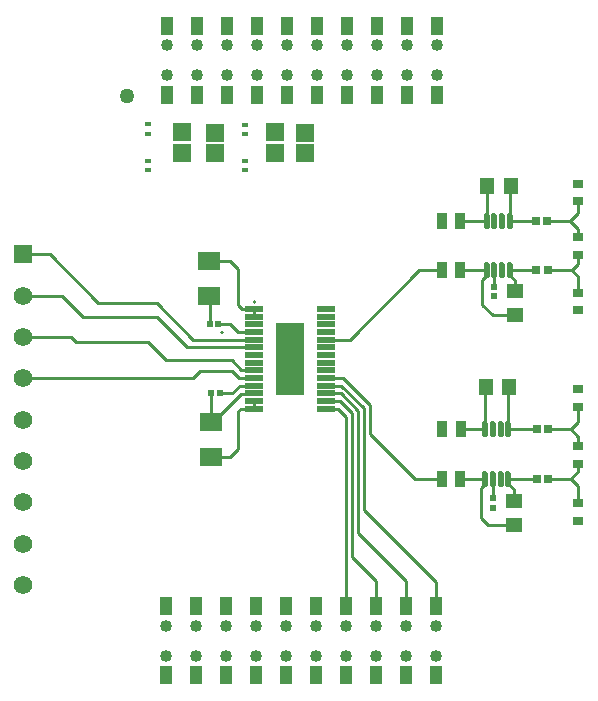
<source format=gbr>
%TF.GenerationSoftware,Altium Limited,Altium Designer,22.9.1 (49)*%
G04 Layer_Physical_Order=1*
G04 Layer_Color=255*
%FSLAX25Y25*%
%MOIN*%
%TF.SameCoordinates,3D4AB22D-4464-4A1E-8ED4-CD8DD9DE0D00*%
%TF.FilePolarity,Positive*%
%TF.FileFunction,Copper,L1,Top,Signal*%
%TF.Part,Single*%
G01*
G75*
%TA.AperFunction,ConnectorPad*%
%ADD10R,0.03937X0.06142*%
%TA.AperFunction,SMDPad,CuDef*%
%ADD11R,0.03937X0.06142*%
G04:AMPARAMS|DCode=12|XSize=94.49mil|YSize=242.91mil|CornerRadius=1.89mil|HoleSize=0mil|Usage=FLASHONLY|Rotation=0.000|XOffset=0mil|YOffset=0mil|HoleType=Round|Shape=RoundedRectangle|*
%AMROUNDEDRECTD12*
21,1,0.09449,0.23913,0,0,0.0*
21,1,0.09071,0.24291,0,0,0.0*
1,1,0.00378,0.04535,-0.11957*
1,1,0.00378,-0.04535,-0.11957*
1,1,0.00378,-0.04535,0.11957*
1,1,0.00378,0.04535,0.11957*
%
%ADD12ROUNDEDRECTD12*%
G04:AMPARAMS|DCode=13|XSize=17.72mil|YSize=62.99mil|CornerRadius=1.95mil|HoleSize=0mil|Usage=FLASHONLY|Rotation=90.000|XOffset=0mil|YOffset=0mil|HoleType=Round|Shape=RoundedRectangle|*
%AMROUNDEDRECTD13*
21,1,0.01772,0.05909,0,0,90.0*
21,1,0.01382,0.06299,0,0,90.0*
1,1,0.00390,0.02955,0.00691*
1,1,0.00390,0.02955,-0.00691*
1,1,0.00390,-0.02955,-0.00691*
1,1,0.00390,-0.02955,0.00691*
%
%ADD13ROUNDEDRECTD13*%
%ADD14R,0.06127X0.06213*%
%ADD15R,0.03740X0.05315*%
%ADD16R,0.07316X0.05928*%
%ADD17R,0.03543X0.03150*%
%ADD18R,0.02756X0.02559*%
%ADD19R,0.02029X0.01860*%
%ADD20R,0.01968X0.01575*%
%ADD21R,0.04724X0.05709*%
%ADD22R,0.05709X0.04724*%
G04:AMPARAMS|DCode=23|XSize=17.72mil|YSize=51.18mil|CornerRadius=4.43mil|HoleSize=0mil|Usage=FLASHONLY|Rotation=180.000|XOffset=0mil|YOffset=0mil|HoleType=Round|Shape=RoundedRectangle|*
%AMROUNDEDRECTD23*
21,1,0.01772,0.04232,0,0,180.0*
21,1,0.00886,0.05118,0,0,180.0*
1,1,0.00886,-0.00443,0.02116*
1,1,0.00886,0.00443,0.02116*
1,1,0.00886,0.00443,-0.02116*
1,1,0.00886,-0.00443,-0.02116*
%
%ADD23ROUNDEDRECTD23*%
G04:AMPARAMS|DCode=24|XSize=17.72mil|YSize=51.18mil|CornerRadius=4.43mil|HoleSize=0mil|Usage=FLASHONLY|Rotation=180.000|XOffset=0mil|YOffset=0mil|HoleType=Round|Shape=RoundedRectangle|*
%AMROUNDEDRECTD24*
21,1,0.01772,0.04232,0,0,180.0*
21,1,0.00886,0.05118,0,0,180.0*
1,1,0.00886,-0.00443,0.02116*
1,1,0.00886,0.00443,0.02116*
1,1,0.00886,0.00443,-0.02116*
1,1,0.00886,-0.00443,-0.02116*
%
%ADD24ROUNDEDRECTD24*%
%ADD25R,0.02047X0.02047*%
%TA.AperFunction,Conductor*%
%ADD26C,0.01000*%
%TA.AperFunction,NonConductor*%
%ADD27C,0.01000*%
%TA.AperFunction,ComponentPad*%
%ADD28C,0.04016*%
%ADD29C,0.06165*%
%ADD30R,0.06165X0.06165*%
%TA.AperFunction,ViaPad*%
%ADD31C,0.01575*%
%ADD32C,0.05000*%
D10*
X126417Y247563D02*
D03*
X206417Y270437D02*
D03*
Y247563D02*
D03*
X196417Y270437D02*
D03*
Y247563D02*
D03*
X186417Y270437D02*
D03*
Y247563D02*
D03*
X176417Y270437D02*
D03*
Y247563D02*
D03*
X166417Y270437D02*
D03*
Y247563D02*
D03*
X156417Y270437D02*
D03*
Y247563D02*
D03*
X146417Y270437D02*
D03*
Y247563D02*
D03*
X136417Y270437D02*
D03*
Y247563D02*
D03*
X126417Y270437D02*
D03*
X116417D02*
D03*
Y247563D02*
D03*
D11*
X116000Y54063D02*
D03*
X136000D02*
D03*
X146000D02*
D03*
X156000D02*
D03*
X166000D02*
D03*
X176000D02*
D03*
X186000D02*
D03*
X196000D02*
D03*
X206000D02*
D03*
Y76937D02*
D03*
X196000D02*
D03*
X186000D02*
D03*
X176000D02*
D03*
X166000D02*
D03*
X156000D02*
D03*
X146000D02*
D03*
X136000D02*
D03*
X126000D02*
D03*
Y54063D02*
D03*
X116000Y76937D02*
D03*
D12*
X157295Y159500D02*
D03*
D13*
X169303Y160780D02*
D03*
X145287D02*
D03*
X169303Y158221D02*
D03*
X145287D02*
D03*
Y153102D02*
D03*
Y155661D02*
D03*
Y165898D02*
D03*
Y163339D02*
D03*
X169303Y153102D02*
D03*
Y165898D02*
D03*
X145287Y150543D02*
D03*
Y168457D02*
D03*
Y147984D02*
D03*
Y171016D02*
D03*
X169303Y163339D02*
D03*
X145287Y142866D02*
D03*
Y145425D02*
D03*
Y173575D02*
D03*
Y176134D02*
D03*
X169303Y150543D02*
D03*
Y147984D02*
D03*
Y145425D02*
D03*
Y142866D02*
D03*
Y168457D02*
D03*
Y171016D02*
D03*
Y173575D02*
D03*
Y176134D02*
D03*
Y155661D02*
D03*
D14*
X152500Y228145D02*
D03*
Y234949D02*
D03*
X162500Y228098D02*
D03*
Y234902D02*
D03*
X121500Y228145D02*
D03*
Y234949D02*
D03*
X132500Y228098D02*
D03*
Y234902D02*
D03*
D15*
X214051Y189000D02*
D03*
X207949D02*
D03*
X214000Y205500D02*
D03*
X207898D02*
D03*
X214209Y136000D02*
D03*
X208106D02*
D03*
X214051Y119500D02*
D03*
X207949D02*
D03*
D16*
X130500Y180500D02*
D03*
Y192124D02*
D03*
X131000Y138500D02*
D03*
Y126876D02*
D03*
D17*
X253500Y194047D02*
D03*
Y199953D02*
D03*
Y149453D02*
D03*
Y143547D02*
D03*
Y175594D02*
D03*
Y181500D02*
D03*
Y124547D02*
D03*
Y130453D02*
D03*
Y217905D02*
D03*
Y212000D02*
D03*
Y105547D02*
D03*
Y111453D02*
D03*
D18*
X243370Y136000D02*
D03*
X239630D02*
D03*
X243370Y119500D02*
D03*
X239630D02*
D03*
X243000Y205500D02*
D03*
X239260D02*
D03*
X243240Y189000D02*
D03*
X239500D02*
D03*
D19*
X133990Y148000D02*
D03*
X131010D02*
D03*
X133490Y171000D02*
D03*
X130510D02*
D03*
D20*
X110000Y222350D02*
D03*
Y225500D02*
D03*
Y234500D02*
D03*
Y237650D02*
D03*
X142500Y234425D02*
D03*
Y237575D02*
D03*
Y222425D02*
D03*
Y225575D02*
D03*
D21*
X222563Y150000D02*
D03*
X230437D02*
D03*
X223063Y217000D02*
D03*
X230937D02*
D03*
D22*
X232000Y104126D02*
D03*
Y112000D02*
D03*
X232500Y174126D02*
D03*
Y182000D02*
D03*
D23*
X222441Y136035D02*
D03*
X230118Y119500D02*
D03*
X225000D02*
D03*
X222441D02*
D03*
X227559Y136035D02*
D03*
X225000D02*
D03*
X227559Y119500D02*
D03*
X222941Y205535D02*
D03*
X230618Y189000D02*
D03*
X225500D02*
D03*
X222941D02*
D03*
X228059Y205535D02*
D03*
X225500D02*
D03*
X228059Y189000D02*
D03*
D24*
X230118Y136035D02*
D03*
X230618Y205535D02*
D03*
D25*
X225500Y183575D02*
D03*
Y180425D02*
D03*
X225000Y113000D02*
D03*
Y109850D02*
D03*
D26*
X174173Y147984D02*
X180000Y142157D01*
X169303Y165898D02*
X177398D01*
X173304Y142825D02*
X176000Y140129D01*
X169353Y145376D02*
X173953D01*
X169345Y142825D02*
X173304D01*
X169303Y142866D02*
X169345Y142825D01*
X173953Y145376D02*
X178000Y141328D01*
X169303Y150543D02*
X174442D01*
X182000Y142985D01*
X174898Y153102D02*
X184000Y144000D01*
X169303Y153102D02*
X174898D01*
X177398Y165898D02*
X200500Y189000D01*
X207949D01*
X130500Y192124D02*
X137376D01*
X130510Y171000D02*
Y180490D01*
X130500Y180500D02*
X130510Y180490D01*
X137376Y192124D02*
X140000Y189500D01*
Y177522D02*
Y189500D01*
X113000Y178000D02*
X125102Y165898D01*
X140043Y168457D02*
X145287D01*
X145266Y168478D02*
X145287Y168457D01*
X145216Y176206D02*
X145287Y176134D01*
X141316Y176206D02*
X145216D01*
X140000Y177522D02*
X141316Y176206D01*
X145287Y173575D02*
Y176134D01*
X145083Y147811D02*
X145272Y148000D01*
X140000Y142000D02*
X140866Y142866D01*
X145075Y145252D02*
X145114D01*
X141005Y147811D02*
X145083D01*
X140866Y142866D02*
X145287D01*
X243240Y189000D02*
X251256D01*
X253303Y199953D02*
X253500D01*
X253303Y194047D02*
X253500D01*
Y199953D02*
Y202756D01*
X250756Y205500D02*
X253500Y202756D01*
Y191244D02*
Y194047D01*
X251256Y189000D02*
X253500Y191244D01*
Y181500D02*
Y186756D01*
X251256Y189000D02*
X253500Y186756D01*
X243370Y136000D02*
X251000D01*
X253500Y133500D01*
X251000Y136000D02*
X253500Y138500D01*
Y143547D01*
X243370Y119500D02*
X251000D01*
X253500Y117000D01*
X251000Y119500D02*
X253500Y122000D01*
Y130453D02*
Y133500D01*
Y122000D02*
Y124547D01*
X250756Y205500D02*
X253500Y208244D01*
X243000Y205500D02*
X250756D01*
X253500Y208244D02*
Y212000D01*
X182000Y109000D02*
X206000Y85000D01*
X176000Y76937D02*
Y140129D01*
X180000Y101500D02*
Y142157D01*
X206000Y76937D02*
Y85000D01*
X196000Y76937D02*
Y85500D01*
X180000Y101500D02*
X196000Y85500D01*
X186000Y76937D02*
Y85500D01*
X178000Y93500D02*
X186000Y85500D01*
X178000Y93500D02*
Y141328D01*
X131000Y138500D02*
X131010Y138510D01*
X133990Y148000D02*
X138000D01*
X131010Y138510D02*
Y148000D01*
X131000Y138500D02*
X131694D01*
X141005Y147811D01*
X131000Y126876D02*
X137376D01*
X140000Y129500D01*
Y142000D01*
X124941Y152941D02*
X127500Y155500D01*
X145272Y148000D02*
X145287Y147984D01*
X145075Y145252D02*
X145287Y145039D01*
X145114Y145252D02*
X145287Y145425D01*
Y142866D02*
Y145039D01*
X141165Y155835D02*
X145114D01*
X140398Y153102D02*
X145287D01*
X140543Y150543D02*
X145287D01*
X145114Y155835D02*
X145287Y155661D01*
X68500Y152941D02*
X124941D01*
X68500Y194280D02*
X77220D01*
X110000Y165000D02*
X116000Y159000D01*
X113000Y173500D02*
X123161Y163339D01*
X68500Y180500D02*
X81500D01*
X68500Y166720D02*
X84280D01*
X81500Y180500D02*
X88500Y173500D01*
X84280Y166720D02*
X86000Y165000D01*
X77220Y194280D02*
X93500Y178000D01*
X86000Y165000D02*
X110000D01*
X88500Y173500D02*
X113000D01*
X93500Y178000D02*
X113000D01*
X116000Y159000D02*
X138000D01*
X141165Y155835D01*
X127500Y155500D02*
X138000D01*
X123161Y163339D02*
X145287D01*
X134490Y168500D02*
X134512Y168478D01*
X125102Y165898D02*
X145287D01*
X133490Y171000D02*
X137500D01*
X140043Y168457D01*
X138000Y155500D02*
X140398Y153102D01*
X138000Y148000D02*
X140543Y150543D01*
X169303Y147984D02*
X174173D01*
X169303Y145425D02*
X169353Y145376D01*
X182000Y109000D02*
Y142985D01*
X184000Y134500D02*
Y144000D01*
X214051Y189000D02*
X222941D01*
X222441Y149878D02*
X222563Y150000D01*
X230118Y149681D02*
X230437Y150000D01*
X221500Y177500D02*
X224874Y174126D01*
X221500Y177500D02*
Y185886D01*
X222941Y187327D01*
X221000Y106500D02*
X223374Y104126D01*
X221000Y106500D02*
Y116386D01*
X232000Y112000D02*
Y115945D01*
X223374Y104126D02*
X232000D01*
X253500Y111453D02*
Y117000D01*
X184000Y134500D02*
X199000Y119500D01*
X214244Y136035D02*
X222441D01*
X214209Y136000D02*
X214244Y136035D01*
X214051Y119500D02*
X222441D01*
X224874Y174126D02*
X232500D01*
X225500Y183500D02*
Y189000D01*
X231059Y186941D02*
X232500Y185500D01*
Y182000D02*
Y185500D01*
X230618Y189000D02*
X239500D01*
X230618Y216681D02*
X230937Y217000D01*
X222941Y205535D02*
Y216878D01*
X223063Y217000D01*
X230618Y205535D02*
Y216681D01*
X214035Y205535D02*
X222941D01*
X230654Y205500D02*
X239260D01*
X214000D02*
X214035Y205535D01*
X230618Y187327D02*
Y189000D01*
X231004Y186941D02*
X231059D01*
X230618Y187327D02*
X231004Y186941D01*
X222941Y187327D02*
Y189000D01*
X230618Y205535D02*
X230654Y205500D01*
X230118Y136035D02*
Y149681D01*
X222441Y136035D02*
Y149878D01*
X230118Y117827D02*
X232000Y115945D01*
X230118Y117827D02*
Y119500D01*
Y136035D02*
X230153Y136000D01*
X239630D01*
X230118Y119500D02*
X239630D01*
X199000D02*
X207949D01*
X222441Y117827D02*
Y119500D01*
X225000Y113000D02*
Y119500D01*
X221000Y116386D02*
X222441Y117827D01*
D27*
X145287Y178520D02*
Y178713D01*
D28*
X206000Y60500D02*
D03*
X196000D02*
D03*
X186000D02*
D03*
X176000D02*
D03*
X166000D02*
D03*
X156000D02*
D03*
X146000D02*
D03*
X136000D02*
D03*
X126000D02*
D03*
X116000D02*
D03*
X206000Y70500D02*
D03*
X196000D02*
D03*
X186000D02*
D03*
X176000D02*
D03*
X166000D02*
D03*
X156000D02*
D03*
X146000D02*
D03*
X136000D02*
D03*
X126000D02*
D03*
X116000D02*
D03*
X206417Y254000D02*
D03*
X196417D02*
D03*
X186417D02*
D03*
X176417D02*
D03*
X166417D02*
D03*
X156417D02*
D03*
X146417D02*
D03*
X136417D02*
D03*
X126417D02*
D03*
X116417D02*
D03*
X206417Y264000D02*
D03*
X196417D02*
D03*
X186417D02*
D03*
X176417D02*
D03*
X166417D02*
D03*
X156417D02*
D03*
X146417D02*
D03*
X136417D02*
D03*
X126417D02*
D03*
X116417D02*
D03*
D29*
X68500Y125382D02*
D03*
Y139161D02*
D03*
Y152941D02*
D03*
Y166720D02*
D03*
Y180500D02*
D03*
Y84043D02*
D03*
Y97823D02*
D03*
Y111602D02*
D03*
D30*
Y194280D02*
D03*
D31*
X157295Y161469D02*
D03*
X161232D02*
D03*
X157295Y157531D02*
D03*
X161232D02*
D03*
X157295Y153595D02*
D03*
X161232D02*
D03*
Y165405D02*
D03*
X157295D02*
D03*
X161232Y149657D02*
D03*
X157295D02*
D03*
X153358D02*
D03*
Y165405D02*
D03*
Y153595D02*
D03*
Y157531D02*
D03*
Y161469D02*
D03*
X153358Y169343D02*
D03*
X157295D02*
D03*
X161232D02*
D03*
D32*
X103000Y247000D02*
D03*
%TF.MD5,6cf920f7f3a976c02366ff580556fb7a*%
M02*

</source>
